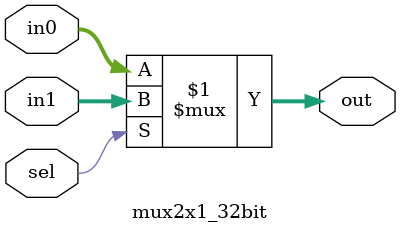
<source format=v>
module mux2x1_32bit(
    input [31:0]in1,   
    input [31:0]in0,   
    input sel,          
    output [31:0]out      
);

    assign out= sel? in1:in0;  

endmodule

</source>
